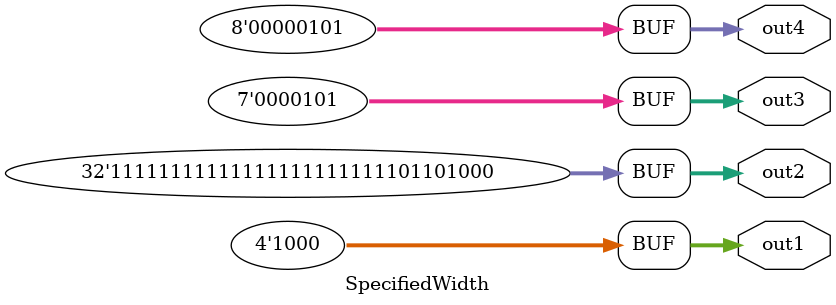
<source format=v>
module SpecifiedWidth (
  output        [3:0]  out1,
  output signed [31:0] out2,
  output signed [6:0]  out3,
  output        [7:0]  out4
);
  assign out1 = 4'h8;
  assign out2 = -32'sh98;
  assign out3 = 7'sh5;
  assign out4 = 8'h5;
endmodule

</source>
